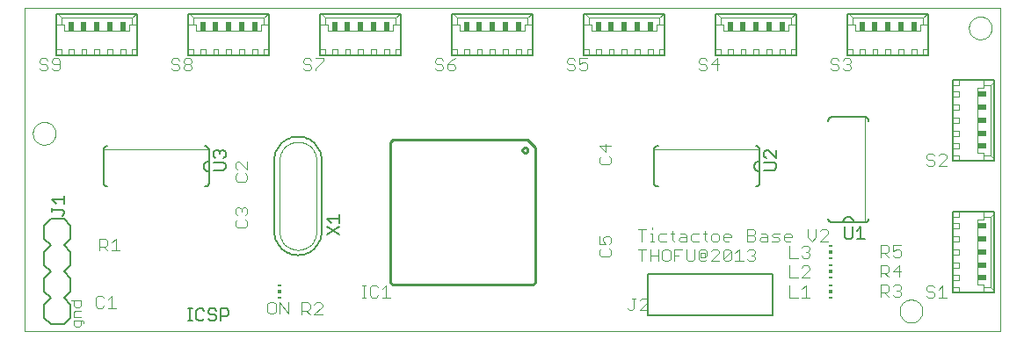
<source format=gto>
G75*
%MOIN*%
%OFA0B0*%
%FSLAX24Y24*%
%IPPOS*%
%LPD*%
%AMOC8*
5,1,8,0,0,1.08239X$1,22.5*
%
%ADD10C,0.0000*%
%ADD11C,0.0040*%
%ADD12C,0.0030*%
%ADD13C,0.0100*%
%ADD14C,0.0060*%
%ADD15C,0.0020*%
%ADD16C,0.0050*%
%ADD17C,0.0080*%
%ADD18R,0.0197X0.0344*%
%ADD19R,0.0344X0.0197*%
%ADD20R,0.0118X0.0059*%
%ADD21R,0.0118X0.0118*%
D10*
X000100Y000100D02*
X000100Y012350D01*
X037100Y012350D01*
X037100Y000100D01*
X000100Y000100D01*
X000417Y007600D02*
X000419Y007641D01*
X000425Y007682D01*
X000435Y007722D01*
X000448Y007761D01*
X000465Y007798D01*
X000486Y007834D01*
X000510Y007868D01*
X000537Y007899D01*
X000566Y007927D01*
X000599Y007953D01*
X000633Y007975D01*
X000670Y007994D01*
X000708Y008009D01*
X000748Y008021D01*
X000788Y008029D01*
X000829Y008033D01*
X000871Y008033D01*
X000912Y008029D01*
X000952Y008021D01*
X000992Y008009D01*
X001030Y007994D01*
X001066Y007975D01*
X001101Y007953D01*
X001134Y007927D01*
X001163Y007899D01*
X001190Y007868D01*
X001214Y007834D01*
X001235Y007798D01*
X001252Y007761D01*
X001265Y007722D01*
X001275Y007682D01*
X001281Y007641D01*
X001283Y007600D01*
X001281Y007559D01*
X001275Y007518D01*
X001265Y007478D01*
X001252Y007439D01*
X001235Y007402D01*
X001214Y007366D01*
X001190Y007332D01*
X001163Y007301D01*
X001134Y007273D01*
X001101Y007247D01*
X001067Y007225D01*
X001030Y007206D01*
X000992Y007191D01*
X000952Y007179D01*
X000912Y007171D01*
X000871Y007167D01*
X000829Y007167D01*
X000788Y007171D01*
X000748Y007179D01*
X000708Y007191D01*
X000670Y007206D01*
X000634Y007225D01*
X000599Y007247D01*
X000566Y007273D01*
X000537Y007301D01*
X000510Y007332D01*
X000486Y007366D01*
X000465Y007402D01*
X000448Y007439D01*
X000435Y007478D01*
X000425Y007518D01*
X000419Y007559D01*
X000417Y007600D01*
X033292Y000850D02*
X033294Y000891D01*
X033300Y000932D01*
X033310Y000972D01*
X033323Y001011D01*
X033340Y001048D01*
X033361Y001084D01*
X033385Y001118D01*
X033412Y001149D01*
X033441Y001177D01*
X033474Y001203D01*
X033508Y001225D01*
X033545Y001244D01*
X033583Y001259D01*
X033623Y001271D01*
X033663Y001279D01*
X033704Y001283D01*
X033746Y001283D01*
X033787Y001279D01*
X033827Y001271D01*
X033867Y001259D01*
X033905Y001244D01*
X033941Y001225D01*
X033976Y001203D01*
X034009Y001177D01*
X034038Y001149D01*
X034065Y001118D01*
X034089Y001084D01*
X034110Y001048D01*
X034127Y001011D01*
X034140Y000972D01*
X034150Y000932D01*
X034156Y000891D01*
X034158Y000850D01*
X034156Y000809D01*
X034150Y000768D01*
X034140Y000728D01*
X034127Y000689D01*
X034110Y000652D01*
X034089Y000616D01*
X034065Y000582D01*
X034038Y000551D01*
X034009Y000523D01*
X033976Y000497D01*
X033942Y000475D01*
X033905Y000456D01*
X033867Y000441D01*
X033827Y000429D01*
X033787Y000421D01*
X033746Y000417D01*
X033704Y000417D01*
X033663Y000421D01*
X033623Y000429D01*
X033583Y000441D01*
X033545Y000456D01*
X033509Y000475D01*
X033474Y000497D01*
X033441Y000523D01*
X033412Y000551D01*
X033385Y000582D01*
X033361Y000616D01*
X033340Y000652D01*
X033323Y000689D01*
X033310Y000728D01*
X033300Y000768D01*
X033294Y000809D01*
X033292Y000850D01*
X035917Y011600D02*
X035919Y011641D01*
X035925Y011682D01*
X035935Y011722D01*
X035948Y011761D01*
X035965Y011798D01*
X035986Y011834D01*
X036010Y011868D01*
X036037Y011899D01*
X036066Y011927D01*
X036099Y011953D01*
X036133Y011975D01*
X036170Y011994D01*
X036208Y012009D01*
X036248Y012021D01*
X036288Y012029D01*
X036329Y012033D01*
X036371Y012033D01*
X036412Y012029D01*
X036452Y012021D01*
X036492Y012009D01*
X036530Y011994D01*
X036566Y011975D01*
X036601Y011953D01*
X036634Y011927D01*
X036663Y011899D01*
X036690Y011868D01*
X036714Y011834D01*
X036735Y011798D01*
X036752Y011761D01*
X036765Y011722D01*
X036775Y011682D01*
X036781Y011641D01*
X036783Y011600D01*
X036781Y011559D01*
X036775Y011518D01*
X036765Y011478D01*
X036752Y011439D01*
X036735Y011402D01*
X036714Y011366D01*
X036690Y011332D01*
X036663Y011301D01*
X036634Y011273D01*
X036601Y011247D01*
X036567Y011225D01*
X036530Y011206D01*
X036492Y011191D01*
X036452Y011179D01*
X036412Y011171D01*
X036371Y011167D01*
X036329Y011167D01*
X036288Y011171D01*
X036248Y011179D01*
X036208Y011191D01*
X036170Y011206D01*
X036134Y011225D01*
X036099Y011247D01*
X036066Y011273D01*
X036037Y011301D01*
X036010Y011332D01*
X035986Y011366D01*
X035965Y011402D01*
X035948Y011439D01*
X035935Y011478D01*
X035925Y011518D01*
X035919Y011559D01*
X035917Y011600D01*
D11*
X031443Y010372D02*
X031443Y010295D01*
X031366Y010218D01*
X031443Y010142D01*
X031443Y010065D01*
X031366Y009988D01*
X031213Y009988D01*
X031136Y010065D01*
X030983Y010065D02*
X030906Y009988D01*
X030752Y009988D01*
X030676Y010065D01*
X030906Y010218D02*
X030983Y010142D01*
X030983Y010065D01*
X030906Y010218D02*
X030752Y010218D01*
X030676Y010295D01*
X030676Y010372D01*
X030752Y010449D01*
X030906Y010449D01*
X030983Y010372D01*
X031136Y010372D02*
X031213Y010449D01*
X031366Y010449D01*
X031443Y010372D01*
X031366Y010218D02*
X031289Y010218D01*
X026443Y010218D02*
X026136Y010218D01*
X026366Y010449D01*
X026366Y009988D01*
X025983Y010065D02*
X025983Y010142D01*
X025906Y010218D01*
X025752Y010218D01*
X025676Y010295D01*
X025676Y010372D01*
X025752Y010449D01*
X025906Y010449D01*
X025983Y010372D01*
X025983Y010065D02*
X025906Y009988D01*
X025752Y009988D01*
X025676Y010065D01*
X021443Y010065D02*
X021366Y009988D01*
X021213Y009988D01*
X021136Y010065D01*
X020983Y010065D02*
X020906Y009988D01*
X020752Y009988D01*
X020676Y010065D01*
X020906Y010218D02*
X020983Y010142D01*
X020983Y010065D01*
X021443Y010065D02*
X021443Y010218D01*
X021366Y010295D01*
X021289Y010295D01*
X021136Y010218D01*
X021136Y010449D01*
X021443Y010449D01*
X020983Y010372D02*
X020906Y010449D01*
X020752Y010449D01*
X020676Y010372D01*
X020676Y010295D01*
X020752Y010218D01*
X020906Y010218D01*
X016443Y010142D02*
X016443Y010065D01*
X016366Y009988D01*
X016213Y009988D01*
X016136Y010065D01*
X016136Y010218D01*
X016366Y010218D01*
X016443Y010142D01*
X016289Y010372D02*
X016136Y010218D01*
X015983Y010142D02*
X015983Y010065D01*
X015906Y009988D01*
X015752Y009988D01*
X015676Y010065D01*
X015906Y010218D02*
X015983Y010142D01*
X015906Y010218D02*
X015752Y010218D01*
X015676Y010295D01*
X015676Y010372D01*
X015752Y010449D01*
X015906Y010449D01*
X015983Y010372D01*
X016289Y010372D02*
X016443Y010449D01*
X011443Y010449D02*
X011443Y010372D01*
X011136Y010065D01*
X011136Y009988D01*
X010983Y010065D02*
X010906Y009988D01*
X010752Y009988D01*
X010676Y010065D01*
X010906Y010218D02*
X010983Y010142D01*
X010983Y010065D01*
X010906Y010218D02*
X010752Y010218D01*
X010676Y010295D01*
X010676Y010372D01*
X010752Y010449D01*
X010906Y010449D01*
X010983Y010372D01*
X011136Y010449D02*
X011443Y010449D01*
X006443Y010372D02*
X006443Y010295D01*
X006366Y010218D01*
X006213Y010218D01*
X006136Y010295D01*
X006136Y010372D01*
X006213Y010449D01*
X006366Y010449D01*
X006443Y010372D01*
X006366Y010218D02*
X006443Y010142D01*
X006443Y010065D01*
X006366Y009988D01*
X006213Y009988D01*
X006136Y010065D01*
X006136Y010142D01*
X006213Y010218D01*
X005983Y010142D02*
X005983Y010065D01*
X005906Y009988D01*
X005752Y009988D01*
X005676Y010065D01*
X005906Y010218D02*
X005983Y010142D01*
X005906Y010218D02*
X005752Y010218D01*
X005676Y010295D01*
X005676Y010372D01*
X005752Y010449D01*
X005906Y010449D01*
X005983Y010372D01*
X001443Y010372D02*
X001443Y010065D01*
X001366Y009988D01*
X001213Y009988D01*
X001136Y010065D01*
X000983Y010065D02*
X000983Y010142D01*
X000906Y010218D01*
X000752Y010218D01*
X000676Y010295D01*
X000676Y010372D01*
X000752Y010449D01*
X000906Y010449D01*
X000983Y010372D01*
X001136Y010372D02*
X001136Y010295D01*
X001213Y010218D01*
X001443Y010218D01*
X001443Y010372D02*
X001366Y010449D01*
X001213Y010449D01*
X001136Y010372D01*
X000983Y010065D02*
X000906Y009988D01*
X000752Y009988D01*
X000676Y010065D01*
X008095Y006461D02*
X008171Y006537D01*
X008248Y006537D01*
X008555Y006230D01*
X008555Y006537D01*
X008095Y006461D02*
X008095Y006307D01*
X008171Y006230D01*
X008171Y006077D02*
X008095Y006000D01*
X008095Y005847D01*
X008171Y005770D01*
X008478Y005770D01*
X008555Y005847D01*
X008555Y006000D01*
X008478Y006077D01*
X008478Y004787D02*
X008555Y004711D01*
X008555Y004557D01*
X008478Y004480D01*
X008478Y004327D02*
X008555Y004250D01*
X008555Y004097D01*
X008478Y004020D01*
X008171Y004020D01*
X008095Y004097D01*
X008095Y004250D01*
X008171Y004327D01*
X008171Y004480D02*
X008095Y004557D01*
X008095Y004711D01*
X008171Y004787D01*
X008248Y004787D01*
X008325Y004711D01*
X008402Y004787D01*
X008478Y004787D01*
X008325Y004711D02*
X008325Y004634D01*
X003712Y003145D02*
X003405Y003145D01*
X003252Y003145D02*
X003098Y003298D01*
X003175Y003298D02*
X002945Y003298D01*
X002945Y003145D02*
X002945Y003605D01*
X003175Y003605D01*
X003252Y003529D01*
X003252Y003375D01*
X003175Y003298D01*
X003405Y003452D02*
X003559Y003605D01*
X003559Y003145D01*
X003413Y001430D02*
X003413Y000970D01*
X003260Y000970D02*
X003567Y000970D01*
X003106Y001047D02*
X003029Y000970D01*
X002876Y000970D01*
X002799Y001047D01*
X002799Y001354D01*
X002876Y001430D01*
X003029Y001430D01*
X003106Y001354D01*
X003260Y001277D02*
X003413Y001430D01*
X009324Y001129D02*
X009324Y000822D01*
X009401Y000745D01*
X009554Y000745D01*
X009631Y000822D01*
X009631Y001129D01*
X009554Y001205D01*
X009401Y001205D01*
X009324Y001129D01*
X009785Y001205D02*
X010092Y000745D01*
X010092Y001205D01*
X009785Y001205D02*
X009785Y000745D01*
X010624Y000720D02*
X010624Y001180D01*
X010854Y001180D01*
X010931Y001104D01*
X010931Y000950D01*
X010854Y000873D01*
X010624Y000873D01*
X010778Y000873D02*
X010931Y000720D01*
X011085Y000720D02*
X011392Y001027D01*
X011392Y001104D01*
X011315Y001180D01*
X011161Y001180D01*
X011085Y001104D01*
X011085Y000720D02*
X011392Y000720D01*
X012892Y001370D02*
X013046Y001370D01*
X012969Y001370D02*
X012969Y001830D01*
X012892Y001830D02*
X013046Y001830D01*
X013199Y001754D02*
X013199Y001447D01*
X013276Y001370D01*
X013429Y001370D01*
X013506Y001447D01*
X013660Y001370D02*
X013967Y001370D01*
X013813Y001370D02*
X013813Y001830D01*
X013660Y001677D01*
X013506Y001754D02*
X013429Y001830D01*
X013276Y001830D01*
X013199Y001754D01*
X021895Y003001D02*
X021971Y002924D01*
X022278Y002924D01*
X022355Y003001D01*
X022355Y003154D01*
X022278Y003231D01*
X021971Y003231D02*
X021895Y003154D01*
X021895Y003001D01*
X021895Y003385D02*
X022125Y003385D01*
X022048Y003538D01*
X022048Y003615D01*
X022125Y003692D01*
X022278Y003692D01*
X022355Y003615D01*
X022355Y003461D01*
X022278Y003385D01*
X021895Y003385D02*
X021895Y003692D01*
X023370Y003955D02*
X023677Y003955D01*
X023523Y003955D02*
X023523Y003495D01*
X023830Y003495D02*
X023984Y003495D01*
X023907Y003495D02*
X023907Y003802D01*
X023830Y003802D01*
X023907Y003955D02*
X023907Y004032D01*
X024214Y003802D02*
X024137Y003725D01*
X024137Y003572D01*
X024214Y003495D01*
X024444Y003495D01*
X024674Y003572D02*
X024751Y003495D01*
X024674Y003572D02*
X024674Y003879D01*
X024598Y003802D02*
X024751Y003802D01*
X024981Y003802D02*
X025135Y003802D01*
X025212Y003725D01*
X025212Y003495D01*
X024981Y003495D01*
X024905Y003572D01*
X024981Y003648D01*
X025212Y003648D01*
X025365Y003572D02*
X025442Y003495D01*
X025672Y003495D01*
X025902Y003572D02*
X025979Y003495D01*
X025902Y003572D02*
X025902Y003879D01*
X025825Y003802D02*
X025979Y003802D01*
X026132Y003725D02*
X026132Y003572D01*
X026209Y003495D01*
X026363Y003495D01*
X026439Y003572D01*
X026439Y003725D01*
X026363Y003802D01*
X026209Y003802D01*
X026132Y003725D01*
X026593Y003725D02*
X026593Y003572D01*
X026669Y003495D01*
X026823Y003495D01*
X026900Y003648D02*
X026593Y003648D01*
X026593Y003725D02*
X026669Y003802D01*
X026823Y003802D01*
X026900Y003725D01*
X026900Y003648D01*
X027514Y003725D02*
X027744Y003725D01*
X027820Y003648D01*
X027820Y003572D01*
X027744Y003495D01*
X027514Y003495D01*
X027514Y003955D01*
X027744Y003955D01*
X027820Y003879D01*
X027820Y003802D01*
X027744Y003725D01*
X027974Y003572D02*
X028051Y003648D01*
X028281Y003648D01*
X028281Y003725D02*
X028281Y003495D01*
X028051Y003495D01*
X027974Y003572D01*
X028204Y003802D02*
X028281Y003725D01*
X028204Y003802D02*
X028051Y003802D01*
X028434Y003725D02*
X028511Y003802D01*
X028741Y003802D01*
X028665Y003648D02*
X028511Y003648D01*
X028434Y003725D01*
X028434Y003495D02*
X028665Y003495D01*
X028741Y003572D01*
X028665Y003648D01*
X028895Y003648D02*
X029202Y003648D01*
X029202Y003725D01*
X029125Y003802D01*
X028971Y003802D01*
X028895Y003725D01*
X028895Y003572D01*
X028971Y003495D01*
X029125Y003495D01*
X029120Y003330D02*
X029120Y002870D01*
X029427Y002870D01*
X029580Y002947D02*
X029657Y002870D01*
X029811Y002870D01*
X029887Y002947D01*
X029887Y003023D01*
X029811Y003100D01*
X029734Y003100D01*
X029811Y003100D02*
X029887Y003177D01*
X029887Y003254D01*
X029811Y003330D01*
X029657Y003330D01*
X029580Y003254D01*
X029969Y003495D02*
X030122Y003648D01*
X030122Y003955D01*
X030276Y003879D02*
X030353Y003955D01*
X030506Y003955D01*
X030583Y003879D01*
X030583Y003802D01*
X030276Y003495D01*
X030583Y003495D01*
X029969Y003495D02*
X029815Y003648D01*
X029815Y003955D01*
X027820Y003129D02*
X027820Y003052D01*
X027744Y002975D01*
X027820Y002898D01*
X027820Y002822D01*
X027744Y002745D01*
X027590Y002745D01*
X027514Y002822D01*
X027360Y002745D02*
X027053Y002745D01*
X027207Y002745D02*
X027207Y003205D01*
X027053Y003052D01*
X026900Y003129D02*
X026593Y002822D01*
X026669Y002745D01*
X026823Y002745D01*
X026900Y002822D01*
X026900Y003129D01*
X026823Y003205D01*
X026669Y003205D01*
X026593Y003129D01*
X026593Y002822D01*
X026439Y002745D02*
X026132Y002745D01*
X026439Y003052D01*
X026439Y003129D01*
X026363Y003205D01*
X026209Y003205D01*
X026132Y003129D01*
X025979Y003129D02*
X025979Y002975D01*
X025902Y002898D01*
X025902Y003052D01*
X025749Y003052D01*
X025749Y002898D01*
X025902Y002898D01*
X025979Y002822D02*
X025902Y002745D01*
X025749Y002745D01*
X025672Y002822D01*
X025672Y003129D01*
X025749Y003205D01*
X025902Y003205D01*
X025979Y003129D01*
X025518Y003205D02*
X025518Y002822D01*
X025442Y002745D01*
X025288Y002745D01*
X025212Y002822D01*
X025212Y003205D01*
X025058Y003205D02*
X024751Y003205D01*
X024751Y002745D01*
X024598Y002822D02*
X024598Y003129D01*
X024521Y003205D01*
X024368Y003205D01*
X024291Y003129D01*
X024291Y002822D01*
X024368Y002745D01*
X024521Y002745D01*
X024598Y002822D01*
X024751Y002975D02*
X024905Y002975D01*
X024137Y002975D02*
X023830Y002975D01*
X023830Y002745D02*
X023830Y003205D01*
X023677Y003205D02*
X023370Y003205D01*
X023523Y003205D02*
X023523Y002745D01*
X024137Y002745D02*
X024137Y003205D01*
X025365Y003572D02*
X025365Y003725D01*
X025442Y003802D01*
X025672Y003802D01*
X024444Y003802D02*
X024214Y003802D01*
X027514Y003129D02*
X027590Y003205D01*
X027744Y003205D01*
X027820Y003129D01*
X027744Y002975D02*
X027667Y002975D01*
X029120Y002580D02*
X029120Y002120D01*
X029427Y002120D01*
X029580Y002120D02*
X029887Y002427D01*
X029887Y002504D01*
X029811Y002580D01*
X029657Y002580D01*
X029580Y002504D01*
X029580Y002120D02*
X029887Y002120D01*
X029734Y001830D02*
X029734Y001370D01*
X029887Y001370D02*
X029580Y001370D01*
X029427Y001370D02*
X029120Y001370D01*
X029120Y001830D01*
X029580Y001677D02*
X029734Y001830D01*
X032570Y001855D02*
X032570Y001395D01*
X032570Y001548D02*
X032800Y001548D01*
X032877Y001625D01*
X032877Y001779D01*
X032800Y001855D01*
X032570Y001855D01*
X033030Y001779D02*
X033107Y001855D01*
X033261Y001855D01*
X033337Y001779D01*
X033337Y001702D01*
X033261Y001625D01*
X033337Y001548D01*
X033337Y001472D01*
X033261Y001395D01*
X033107Y001395D01*
X033030Y001472D01*
X032877Y001395D02*
X032723Y001548D01*
X033184Y001625D02*
X033261Y001625D01*
X034301Y001670D02*
X034377Y001593D01*
X034531Y001593D01*
X034608Y001517D01*
X034608Y001440D01*
X034531Y001363D01*
X034377Y001363D01*
X034301Y001440D01*
X034761Y001363D02*
X035068Y001363D01*
X034914Y001363D02*
X034914Y001824D01*
X034761Y001670D01*
X034608Y001747D02*
X034531Y001824D01*
X034377Y001824D01*
X034301Y001747D01*
X034301Y001670D01*
X033261Y002145D02*
X033261Y002605D01*
X033030Y002375D01*
X033337Y002375D01*
X032877Y002375D02*
X032800Y002298D01*
X032570Y002298D01*
X032570Y002145D02*
X032570Y002605D01*
X032800Y002605D01*
X032877Y002529D01*
X032877Y002375D01*
X032723Y002298D02*
X032877Y002145D01*
X032877Y002895D02*
X032723Y003048D01*
X032800Y003048D02*
X032570Y003048D01*
X032570Y002895D02*
X032570Y003355D01*
X032800Y003355D01*
X032877Y003279D01*
X032877Y003125D01*
X032800Y003048D01*
X033030Y002972D02*
X033107Y002895D01*
X033261Y002895D01*
X033337Y002972D01*
X033337Y003125D01*
X033261Y003202D01*
X033184Y003202D01*
X033030Y003125D01*
X033030Y003355D01*
X033337Y003355D01*
X034377Y006363D02*
X034301Y006440D01*
X034377Y006363D02*
X034531Y006363D01*
X034608Y006440D01*
X034608Y006517D01*
X034531Y006593D01*
X034377Y006593D01*
X034301Y006670D01*
X034301Y006747D01*
X034377Y006824D01*
X034531Y006824D01*
X034608Y006747D01*
X034761Y006747D02*
X034838Y006824D01*
X034991Y006824D01*
X035068Y006747D01*
X035068Y006670D01*
X034761Y006363D01*
X035068Y006363D01*
X022355Y006501D02*
X022355Y006654D01*
X022278Y006731D01*
X022125Y006885D02*
X022125Y007192D01*
X022355Y007115D02*
X021895Y007115D01*
X022125Y006885D01*
X021971Y006731D02*
X021895Y006654D01*
X021895Y006501D01*
X021971Y006424D01*
X022278Y006424D01*
X022355Y006501D01*
X023135Y001341D02*
X023288Y001341D01*
X023211Y001341D02*
X023211Y000958D01*
X023135Y000881D01*
X023058Y000881D01*
X022981Y000958D01*
X023442Y000881D02*
X023749Y001188D01*
X023749Y001264D01*
X023672Y001341D01*
X023518Y001341D01*
X023442Y001264D01*
X023442Y000881D02*
X023749Y000881D01*
D12*
X002358Y000445D02*
X002297Y000507D01*
X001988Y000507D01*
X001988Y000322D01*
X002050Y000260D01*
X002173Y000260D01*
X002235Y000322D01*
X002235Y000507D01*
X002235Y000628D02*
X001988Y000628D01*
X001988Y000814D01*
X002050Y000875D01*
X002235Y000875D01*
X002173Y000997D02*
X002050Y000997D01*
X001988Y001058D01*
X001988Y001244D01*
X001865Y001244D02*
X002235Y001244D01*
X002235Y001058D01*
X002173Y000997D01*
X002358Y000445D02*
X002358Y000383D01*
D13*
X013969Y001943D02*
X014068Y001844D01*
X019382Y001844D01*
X019481Y001943D01*
X019481Y007061D01*
X019186Y007356D01*
X014068Y007356D01*
X013969Y007257D01*
X013969Y001943D01*
X018989Y006962D02*
X018991Y006981D01*
X018996Y007000D01*
X019006Y007016D01*
X019018Y007031D01*
X019033Y007043D01*
X019049Y007053D01*
X019068Y007058D01*
X019087Y007060D01*
X019106Y007058D01*
X019125Y007053D01*
X019141Y007043D01*
X019156Y007031D01*
X019168Y007016D01*
X019178Y007000D01*
X019183Y006981D01*
X019185Y006962D01*
X019183Y006943D01*
X019178Y006924D01*
X019168Y006908D01*
X019156Y006893D01*
X019141Y006881D01*
X019125Y006871D01*
X019106Y006866D01*
X019087Y006864D01*
X019068Y006866D01*
X019049Y006871D01*
X019033Y006881D01*
X019018Y006893D01*
X019006Y006908D01*
X018996Y006924D01*
X018991Y006943D01*
X018989Y006962D01*
D14*
X023975Y006970D02*
X023975Y005730D01*
X023977Y005707D01*
X023982Y005684D01*
X023991Y005662D01*
X024004Y005642D01*
X024019Y005624D01*
X024037Y005609D01*
X024057Y005596D01*
X024079Y005587D01*
X024102Y005582D01*
X024125Y005580D01*
X027825Y005580D02*
X027848Y005582D01*
X027871Y005587D01*
X027893Y005596D01*
X027913Y005609D01*
X027931Y005624D01*
X027946Y005642D01*
X027959Y005662D01*
X027968Y005684D01*
X027973Y005707D01*
X027975Y005730D01*
X027975Y006150D01*
X027975Y006550D01*
X027975Y006970D01*
X027973Y006993D01*
X027968Y007016D01*
X027959Y007038D01*
X027946Y007058D01*
X027931Y007076D01*
X027913Y007091D01*
X027893Y007104D01*
X027871Y007113D01*
X027848Y007118D01*
X027825Y007120D01*
X027975Y006550D02*
X027948Y006548D01*
X027921Y006543D01*
X027895Y006533D01*
X027871Y006521D01*
X027849Y006505D01*
X027829Y006487D01*
X027812Y006465D01*
X027797Y006442D01*
X027787Y006417D01*
X027779Y006391D01*
X027775Y006364D01*
X027775Y006336D01*
X027779Y006309D01*
X027787Y006283D01*
X027797Y006258D01*
X027812Y006235D01*
X027829Y006213D01*
X027849Y006195D01*
X027871Y006179D01*
X027895Y006167D01*
X027921Y006157D01*
X027948Y006152D01*
X027975Y006150D01*
X024125Y007120D02*
X024102Y007118D01*
X024079Y007113D01*
X024057Y007104D01*
X024037Y007091D01*
X024019Y007076D01*
X024004Y007058D01*
X023991Y007038D01*
X023982Y007016D01*
X023977Y006993D01*
X023975Y006970D01*
X030580Y008075D02*
X030582Y008098D01*
X030587Y008121D01*
X030596Y008143D01*
X030609Y008163D01*
X030624Y008181D01*
X030642Y008196D01*
X030662Y008209D01*
X030684Y008218D01*
X030707Y008223D01*
X030730Y008225D01*
X031970Y008225D01*
X031993Y008223D01*
X032016Y008218D01*
X032038Y008209D01*
X032058Y008196D01*
X032076Y008181D01*
X032091Y008163D01*
X032104Y008143D01*
X032113Y008121D01*
X032118Y008098D01*
X032120Y008075D01*
X032120Y004375D02*
X032118Y004352D01*
X032113Y004329D01*
X032104Y004307D01*
X032091Y004287D01*
X032076Y004269D01*
X032058Y004254D01*
X032038Y004241D01*
X032016Y004232D01*
X031993Y004227D01*
X031970Y004225D01*
X031550Y004225D01*
X031150Y004225D01*
X030730Y004225D01*
X030707Y004227D01*
X030684Y004232D01*
X030662Y004241D01*
X030642Y004254D01*
X030624Y004269D01*
X030609Y004287D01*
X030596Y004307D01*
X030587Y004329D01*
X030582Y004352D01*
X030580Y004375D01*
X031150Y004225D02*
X031152Y004252D01*
X031157Y004279D01*
X031167Y004305D01*
X031179Y004329D01*
X031195Y004351D01*
X031213Y004371D01*
X031235Y004388D01*
X031258Y004403D01*
X031283Y004413D01*
X031309Y004421D01*
X031336Y004425D01*
X031364Y004425D01*
X031391Y004421D01*
X031417Y004413D01*
X031442Y004403D01*
X031465Y004388D01*
X031487Y004371D01*
X031505Y004351D01*
X031521Y004329D01*
X031533Y004305D01*
X031543Y004279D01*
X031548Y004252D01*
X031550Y004225D01*
X011375Y003875D02*
X011375Y006575D01*
X011373Y006634D01*
X011367Y006692D01*
X011358Y006751D01*
X011344Y006808D01*
X011327Y006864D01*
X011306Y006919D01*
X011282Y006973D01*
X011254Y007025D01*
X011223Y007075D01*
X011189Y007123D01*
X011152Y007168D01*
X011111Y007211D01*
X011068Y007252D01*
X011023Y007289D01*
X010975Y007323D01*
X010925Y007354D01*
X010873Y007382D01*
X010819Y007406D01*
X010764Y007427D01*
X010708Y007444D01*
X010651Y007458D01*
X010592Y007467D01*
X010534Y007473D01*
X010475Y007475D01*
X010416Y007473D01*
X010358Y007467D01*
X010299Y007458D01*
X010242Y007444D01*
X010186Y007427D01*
X010131Y007406D01*
X010077Y007382D01*
X010025Y007354D01*
X009975Y007323D01*
X009927Y007289D01*
X009882Y007252D01*
X009839Y007211D01*
X009798Y007168D01*
X009761Y007123D01*
X009727Y007075D01*
X009696Y007025D01*
X009668Y006973D01*
X009644Y006919D01*
X009623Y006864D01*
X009606Y006808D01*
X009592Y006751D01*
X009583Y006692D01*
X009577Y006634D01*
X009575Y006575D01*
X009575Y003875D01*
X009577Y003816D01*
X009583Y003758D01*
X009592Y003699D01*
X009606Y003642D01*
X009623Y003586D01*
X009644Y003531D01*
X009668Y003477D01*
X009696Y003425D01*
X009727Y003375D01*
X009761Y003327D01*
X009798Y003282D01*
X009839Y003239D01*
X009882Y003198D01*
X009927Y003161D01*
X009975Y003127D01*
X010025Y003096D01*
X010077Y003068D01*
X010131Y003044D01*
X010186Y003023D01*
X010242Y003006D01*
X010299Y002992D01*
X010358Y002983D01*
X010416Y002977D01*
X010475Y002975D01*
X010534Y002977D01*
X010592Y002983D01*
X010651Y002992D01*
X010708Y003006D01*
X010764Y003023D01*
X010819Y003044D01*
X010873Y003068D01*
X010925Y003096D01*
X010975Y003127D01*
X011023Y003161D01*
X011068Y003198D01*
X011111Y003239D01*
X011152Y003282D01*
X011189Y003327D01*
X011223Y003375D01*
X011254Y003425D01*
X011282Y003477D01*
X011306Y003531D01*
X011327Y003586D01*
X011344Y003642D01*
X011358Y003699D01*
X011367Y003758D01*
X011373Y003816D01*
X011375Y003875D01*
X007100Y005730D02*
X007100Y006150D01*
X007100Y006550D01*
X007100Y006970D01*
X007098Y006993D01*
X007093Y007016D01*
X007084Y007038D01*
X007071Y007058D01*
X007056Y007076D01*
X007038Y007091D01*
X007018Y007104D01*
X006996Y007113D01*
X006973Y007118D01*
X006950Y007120D01*
X007100Y006550D02*
X007073Y006548D01*
X007046Y006543D01*
X007020Y006533D01*
X006996Y006521D01*
X006974Y006505D01*
X006954Y006487D01*
X006937Y006465D01*
X006922Y006442D01*
X006912Y006417D01*
X006904Y006391D01*
X006900Y006364D01*
X006900Y006336D01*
X006904Y006309D01*
X006912Y006283D01*
X006922Y006258D01*
X006937Y006235D01*
X006954Y006213D01*
X006974Y006195D01*
X006996Y006179D01*
X007020Y006167D01*
X007046Y006157D01*
X007073Y006152D01*
X007100Y006150D01*
X007100Y005730D02*
X007098Y005707D01*
X007093Y005684D01*
X007084Y005662D01*
X007071Y005642D01*
X007056Y005624D01*
X007038Y005609D01*
X007018Y005596D01*
X006996Y005587D01*
X006973Y005582D01*
X006950Y005580D01*
X003250Y005580D02*
X003227Y005582D01*
X003204Y005587D01*
X003182Y005596D01*
X003162Y005609D01*
X003144Y005624D01*
X003129Y005642D01*
X003116Y005662D01*
X003107Y005684D01*
X003102Y005707D01*
X003100Y005730D01*
X003100Y006970D01*
X003102Y006993D01*
X003107Y007016D01*
X003116Y007038D01*
X003129Y007058D01*
X003144Y007076D01*
X003162Y007091D01*
X003182Y007104D01*
X003204Y007113D01*
X003227Y007118D01*
X003250Y007120D01*
D15*
X003100Y006980D02*
X007100Y006980D01*
X009775Y006575D02*
X009775Y003875D01*
X009777Y003824D01*
X009782Y003773D01*
X009792Y003723D01*
X009805Y003673D01*
X009821Y003625D01*
X009841Y003578D01*
X009865Y003532D01*
X009891Y003489D01*
X009921Y003447D01*
X009954Y003408D01*
X009989Y003371D01*
X010027Y003337D01*
X010068Y003306D01*
X010110Y003277D01*
X010155Y003252D01*
X010201Y003231D01*
X010249Y003212D01*
X010298Y003198D01*
X010348Y003187D01*
X010398Y003179D01*
X010449Y003175D01*
X010501Y003175D01*
X010552Y003179D01*
X010602Y003187D01*
X010652Y003198D01*
X010701Y003212D01*
X010749Y003231D01*
X010795Y003252D01*
X010840Y003277D01*
X010882Y003306D01*
X010923Y003337D01*
X010961Y003371D01*
X010996Y003408D01*
X011029Y003447D01*
X011059Y003489D01*
X011085Y003532D01*
X011109Y003578D01*
X011129Y003625D01*
X011145Y003673D01*
X011158Y003723D01*
X011168Y003773D01*
X011173Y003824D01*
X011175Y003875D01*
X011175Y006575D01*
X011173Y006626D01*
X011168Y006677D01*
X011158Y006727D01*
X011145Y006777D01*
X011129Y006825D01*
X011109Y006872D01*
X011085Y006918D01*
X011059Y006961D01*
X011029Y007003D01*
X010996Y007042D01*
X010961Y007079D01*
X010923Y007113D01*
X010882Y007144D01*
X010840Y007173D01*
X010795Y007198D01*
X010749Y007219D01*
X010701Y007238D01*
X010652Y007252D01*
X010602Y007263D01*
X010552Y007271D01*
X010501Y007275D01*
X010449Y007275D01*
X010398Y007271D01*
X010348Y007263D01*
X010298Y007252D01*
X010249Y007238D01*
X010201Y007219D01*
X010155Y007198D01*
X010110Y007173D01*
X010068Y007144D01*
X010027Y007113D01*
X009989Y007079D01*
X009954Y007042D01*
X009921Y007003D01*
X009891Y006961D01*
X009865Y006918D01*
X009841Y006872D01*
X009821Y006825D01*
X009805Y006777D01*
X009792Y006727D01*
X009782Y006677D01*
X009777Y006626D01*
X009775Y006575D01*
X009179Y010559D02*
X009179Y010805D01*
X009376Y010805D01*
X008933Y010805D02*
X008933Y010608D01*
X008933Y010805D02*
X008736Y010805D01*
X008736Y010608D01*
X008441Y010608D02*
X008441Y010805D01*
X008244Y010805D01*
X008244Y010608D01*
X007948Y010608D02*
X007948Y010805D01*
X007752Y010805D01*
X007752Y010608D01*
X007456Y010608D02*
X007456Y010805D01*
X007259Y010805D01*
X007259Y010608D01*
X006964Y010608D02*
X006964Y010805D01*
X006767Y010805D01*
X006767Y010608D01*
X006521Y010559D02*
X006521Y010805D01*
X006324Y010805D01*
X006620Y011494D02*
X009080Y011494D01*
X009080Y011740D01*
X009179Y011740D01*
X009179Y011986D01*
X009326Y012133D01*
X009179Y011986D02*
X006521Y011986D01*
X006374Y012133D01*
X006521Y011986D02*
X006521Y011740D01*
X006620Y011740D01*
X006620Y011494D01*
X006521Y011740D02*
X006324Y011740D01*
X004376Y011740D02*
X004179Y011740D01*
X004179Y011986D01*
X004326Y012133D01*
X004179Y011986D02*
X001521Y011986D01*
X001374Y012133D01*
X001521Y011986D02*
X001521Y011740D01*
X001620Y011740D01*
X001620Y011494D01*
X004080Y011494D01*
X004080Y011740D01*
X004179Y011740D01*
X001521Y011740D02*
X001324Y011740D01*
X001324Y010805D02*
X001521Y010805D01*
X001521Y010559D01*
X001767Y010608D02*
X001767Y010805D01*
X001964Y010805D01*
X001964Y010608D01*
X002259Y010608D02*
X002259Y010805D01*
X002456Y010805D01*
X002456Y010608D01*
X002752Y010608D02*
X002752Y010805D01*
X002948Y010805D01*
X002948Y010608D01*
X003244Y010608D02*
X003244Y010805D01*
X003441Y010805D01*
X003441Y010608D01*
X003736Y010608D02*
X003736Y010805D01*
X003933Y010805D01*
X003933Y010608D01*
X004179Y010559D02*
X004179Y010805D01*
X004376Y010805D01*
X009179Y011740D02*
X009376Y011740D01*
X011324Y011740D02*
X011521Y011740D01*
X011521Y011986D01*
X011374Y012133D01*
X011521Y011986D02*
X014179Y011986D01*
X014326Y012133D01*
X014179Y011986D02*
X014179Y011740D01*
X014376Y011740D01*
X014179Y011740D02*
X014080Y011740D01*
X014080Y011494D01*
X011620Y011494D01*
X011620Y011740D01*
X011521Y011740D01*
X011521Y010805D02*
X011521Y010559D01*
X011767Y010608D02*
X011767Y010805D01*
X011964Y010805D01*
X011964Y010608D01*
X012259Y010608D02*
X012259Y010805D01*
X012456Y010805D01*
X012456Y010608D01*
X012752Y010608D02*
X012752Y010805D01*
X012948Y010805D01*
X012948Y010608D01*
X013244Y010608D02*
X013244Y010805D01*
X013441Y010805D01*
X013441Y010608D01*
X013736Y010608D02*
X013736Y010805D01*
X013933Y010805D01*
X013933Y010608D01*
X014179Y010559D02*
X014179Y010805D01*
X014376Y010805D01*
X016324Y010805D02*
X016521Y010805D01*
X016521Y010559D01*
X016767Y010608D02*
X016767Y010805D01*
X016964Y010805D01*
X016964Y010608D01*
X017259Y010608D02*
X017259Y010805D01*
X017456Y010805D01*
X017456Y010608D01*
X017752Y010608D02*
X017752Y010805D01*
X017948Y010805D01*
X017948Y010608D01*
X018244Y010608D02*
X018244Y010805D01*
X018441Y010805D01*
X018441Y010608D01*
X018736Y010608D02*
X018736Y010805D01*
X018933Y010805D01*
X018933Y010608D01*
X019179Y010559D02*
X019179Y010805D01*
X019376Y010805D01*
X021324Y010805D02*
X021521Y010805D01*
X021521Y010559D01*
X021767Y010608D02*
X021767Y010805D01*
X021964Y010805D01*
X021964Y010608D01*
X022259Y010608D02*
X022259Y010805D01*
X022456Y010805D01*
X022456Y010608D01*
X022752Y010608D02*
X022752Y010805D01*
X022948Y010805D01*
X022948Y010608D01*
X023244Y010608D02*
X023244Y010805D01*
X023441Y010805D01*
X023441Y010608D01*
X023736Y010608D02*
X023736Y010805D01*
X023933Y010805D01*
X023933Y010608D01*
X024179Y010559D02*
X024179Y010805D01*
X024376Y010805D01*
X026324Y010805D02*
X026521Y010805D01*
X026521Y010559D01*
X026767Y010608D02*
X026767Y010805D01*
X026964Y010805D01*
X026964Y010608D01*
X027259Y010608D02*
X027259Y010805D01*
X027456Y010805D01*
X027456Y010608D01*
X027752Y010608D02*
X027752Y010805D01*
X027948Y010805D01*
X027948Y010608D01*
X028244Y010608D02*
X028244Y010805D01*
X028441Y010805D01*
X028441Y010608D01*
X028736Y010608D02*
X028736Y010805D01*
X028933Y010805D01*
X028933Y010608D01*
X029179Y010559D02*
X029179Y010805D01*
X029376Y010805D01*
X029080Y011494D02*
X029080Y011740D01*
X029179Y011740D01*
X029179Y011986D01*
X029326Y012133D01*
X029179Y011986D02*
X026521Y011986D01*
X026374Y012133D01*
X026521Y011986D02*
X026521Y011740D01*
X026620Y011740D01*
X026620Y011494D01*
X029080Y011494D01*
X029179Y011740D02*
X029376Y011740D01*
X031324Y011740D02*
X031521Y011740D01*
X031521Y011986D01*
X031374Y012133D01*
X031521Y011986D02*
X034179Y011986D01*
X034326Y012133D01*
X034179Y011986D02*
X034179Y011740D01*
X034376Y011740D01*
X034179Y011740D02*
X034080Y011740D01*
X034080Y011494D01*
X031620Y011494D01*
X031620Y011740D01*
X031521Y011740D01*
X031521Y010805D02*
X031521Y010559D01*
X031767Y010608D02*
X031767Y010805D01*
X031964Y010805D01*
X031964Y010608D01*
X032259Y010608D02*
X032259Y010805D01*
X032456Y010805D01*
X032456Y010608D01*
X032752Y010608D02*
X032752Y010805D01*
X032948Y010805D01*
X032948Y010608D01*
X033244Y010608D02*
X033244Y010805D01*
X033441Y010805D01*
X033441Y010608D01*
X033736Y010608D02*
X033736Y010805D01*
X033933Y010805D01*
X033933Y010608D01*
X034179Y010559D02*
X034179Y010805D01*
X034376Y010805D01*
X031521Y010805D02*
X031324Y010805D01*
X035309Y009429D02*
X035555Y009429D01*
X035555Y009626D01*
X036244Y009330D02*
X036244Y006870D01*
X036490Y006870D01*
X036490Y006771D01*
X036736Y006771D01*
X036883Y006624D01*
X036736Y006771D02*
X036736Y009429D01*
X036883Y009576D01*
X036736Y009429D02*
X036490Y009429D01*
X036490Y009330D01*
X036244Y009330D01*
X036490Y009429D02*
X036490Y009626D01*
X035555Y009183D02*
X035555Y008986D01*
X035358Y008986D01*
X035358Y009183D02*
X035555Y009183D01*
X035555Y008691D02*
X035555Y008494D01*
X035358Y008494D01*
X035358Y008691D02*
X035555Y008691D01*
X035555Y008198D02*
X035555Y008002D01*
X035358Y008002D01*
X035358Y008198D02*
X035555Y008198D01*
X035555Y007706D02*
X035555Y007509D01*
X035358Y007509D01*
X035358Y007706D02*
X035555Y007706D01*
X035555Y007214D02*
X035555Y007017D01*
X035358Y007017D01*
X035358Y007214D02*
X035555Y007214D01*
X035555Y006771D02*
X035309Y006771D01*
X035555Y006771D02*
X035555Y006574D01*
X036490Y006574D02*
X036490Y006771D01*
X031980Y008225D02*
X031980Y004225D01*
X035309Y004429D02*
X035555Y004429D01*
X035555Y004626D01*
X036244Y004330D02*
X036244Y001870D01*
X036490Y001870D01*
X036490Y001771D01*
X036736Y001771D01*
X036883Y001624D01*
X036736Y001771D02*
X036736Y004429D01*
X036883Y004576D01*
X036736Y004429D02*
X036490Y004429D01*
X036490Y004330D01*
X036244Y004330D01*
X036490Y004429D02*
X036490Y004626D01*
X035555Y004183D02*
X035555Y003986D01*
X035358Y003986D01*
X035358Y004183D02*
X035555Y004183D01*
X035555Y003691D02*
X035555Y003494D01*
X035358Y003494D01*
X035358Y003691D02*
X035555Y003691D01*
X035555Y003198D02*
X035555Y003002D01*
X035358Y003002D01*
X035358Y003198D02*
X035555Y003198D01*
X035555Y002706D02*
X035555Y002509D01*
X035358Y002509D01*
X035358Y002706D02*
X035555Y002706D01*
X035555Y002214D02*
X035555Y002017D01*
X035358Y002017D01*
X035358Y002214D02*
X035555Y002214D01*
X035555Y001771D02*
X035309Y001771D01*
X035555Y001771D02*
X035555Y001574D01*
X036490Y001574D02*
X036490Y001771D01*
X027975Y006980D02*
X023975Y006980D01*
X011521Y010805D02*
X011324Y010805D01*
X016324Y011740D02*
X016521Y011740D01*
X016521Y011986D01*
X016374Y012133D01*
X016521Y011986D02*
X019179Y011986D01*
X019326Y012133D01*
X019179Y011986D02*
X019179Y011740D01*
X019376Y011740D01*
X019179Y011740D02*
X019080Y011740D01*
X019080Y011494D01*
X016620Y011494D01*
X016620Y011740D01*
X016521Y011740D01*
X021324Y011740D02*
X021521Y011740D01*
X021521Y011986D01*
X021374Y012133D01*
X021521Y011986D02*
X024179Y011986D01*
X024326Y012133D01*
X024179Y011986D02*
X024179Y011740D01*
X024376Y011740D01*
X024179Y011740D02*
X024080Y011740D01*
X024080Y011494D01*
X021620Y011494D01*
X021620Y011740D01*
X021521Y011740D01*
X026324Y011740D02*
X026521Y011740D01*
D16*
X028225Y006965D02*
X028150Y006890D01*
X028150Y006740D01*
X028225Y006665D01*
X028150Y006504D02*
X028525Y006504D01*
X028600Y006429D01*
X028600Y006279D01*
X028525Y006204D01*
X028150Y006204D01*
X028600Y006665D02*
X028300Y006965D01*
X028225Y006965D01*
X028600Y006965D02*
X028600Y006665D01*
X031204Y004050D02*
X031204Y003675D01*
X031279Y003600D01*
X031429Y003600D01*
X031504Y003675D01*
X031504Y004050D01*
X031665Y003900D02*
X031815Y004050D01*
X031815Y003600D01*
X031665Y003600D02*
X031965Y003600D01*
X028462Y002262D02*
X028462Y000688D01*
X023738Y000688D01*
X023738Y002262D01*
X028462Y002262D01*
X012025Y003750D02*
X011575Y004050D01*
X011725Y004210D02*
X011575Y004361D01*
X012025Y004361D01*
X012025Y004511D02*
X012025Y004210D01*
X012025Y004050D02*
X011575Y003750D01*
X007725Y006279D02*
X007650Y006204D01*
X007275Y006204D01*
X007725Y006279D02*
X007725Y006429D01*
X007650Y006504D01*
X007275Y006504D01*
X007350Y006665D02*
X007275Y006740D01*
X007275Y006890D01*
X007350Y006965D01*
X007425Y006965D01*
X007500Y006890D01*
X007575Y006965D01*
X007650Y006965D01*
X007725Y006890D01*
X007725Y006740D01*
X007650Y006665D01*
X007500Y006815D02*
X007500Y006890D01*
X001605Y005231D02*
X001605Y004930D01*
X001605Y005081D02*
X001155Y005081D01*
X001305Y004930D01*
X001155Y004770D02*
X001155Y004620D01*
X001155Y004695D02*
X001530Y004695D01*
X001605Y004620D01*
X001605Y004545D01*
X001530Y004470D01*
X006312Y000950D02*
X006462Y000950D01*
X006387Y000950D02*
X006387Y000500D01*
X006312Y000500D02*
X006462Y000500D01*
X006619Y000575D02*
X006694Y000500D01*
X006844Y000500D01*
X006919Y000575D01*
X007079Y000575D02*
X007154Y000500D01*
X007304Y000500D01*
X007379Y000575D01*
X007379Y000650D01*
X007304Y000725D01*
X007154Y000725D01*
X007079Y000800D01*
X007079Y000875D01*
X007154Y000950D01*
X007304Y000950D01*
X007379Y000875D01*
X007540Y000950D02*
X007765Y000950D01*
X007840Y000875D01*
X007840Y000725D01*
X007765Y000650D01*
X007540Y000650D01*
X007540Y000500D02*
X007540Y000950D01*
X006919Y000875D02*
X006844Y000950D01*
X006694Y000950D01*
X006619Y000875D01*
X006619Y000575D01*
D17*
X001850Y000600D02*
X001600Y000350D01*
X001100Y000350D01*
X000850Y000600D01*
X000850Y001100D01*
X001100Y001350D01*
X000850Y001600D01*
X000850Y002100D01*
X001100Y002350D01*
X000850Y002600D01*
X000850Y003100D01*
X001100Y003350D01*
X000850Y003600D01*
X000850Y004100D01*
X001100Y004350D01*
X001600Y004350D01*
X001850Y004100D01*
X001850Y003600D01*
X001600Y003350D01*
X001850Y003100D01*
X001850Y002600D01*
X001600Y002350D01*
X001850Y002100D01*
X001850Y001600D01*
X001600Y001350D01*
X001850Y001100D01*
X001850Y000600D01*
X001521Y010559D02*
X001315Y010559D01*
X001315Y012133D01*
X001374Y012133D01*
X004326Y012133D01*
X004385Y012133D01*
X004385Y010559D01*
X004179Y010559D01*
X001521Y010559D01*
X006315Y010559D02*
X006315Y012133D01*
X006374Y012133D01*
X009326Y012133D01*
X009385Y012133D01*
X009385Y010559D01*
X009179Y010559D01*
X006521Y010559D01*
X006315Y010559D01*
X011315Y010559D02*
X011315Y012133D01*
X011374Y012133D01*
X014326Y012133D01*
X014385Y012133D01*
X014385Y010559D01*
X014179Y010559D01*
X011521Y010559D01*
X011315Y010559D01*
X016315Y010559D02*
X016315Y012133D01*
X016374Y012133D01*
X019326Y012133D01*
X019385Y012133D01*
X019385Y010559D01*
X019179Y010559D01*
X016521Y010559D01*
X016315Y010559D01*
X021315Y010559D02*
X021315Y012133D01*
X021374Y012133D01*
X024326Y012133D01*
X024385Y012133D01*
X024385Y010559D01*
X024179Y010559D01*
X021521Y010559D01*
X021315Y010559D01*
X026315Y010559D02*
X026315Y012133D01*
X026374Y012133D01*
X029326Y012133D01*
X029385Y012133D01*
X029385Y010559D01*
X029179Y010559D01*
X026521Y010559D01*
X026315Y010559D01*
X031315Y010559D02*
X031315Y012133D01*
X031374Y012133D01*
X034326Y012133D01*
X034385Y012133D01*
X034385Y010559D01*
X034179Y010559D01*
X031521Y010559D01*
X031315Y010559D01*
X035309Y009635D02*
X035309Y009429D01*
X035309Y006771D01*
X035309Y006565D01*
X036883Y006565D01*
X036883Y006624D01*
X036883Y009576D01*
X036883Y009635D01*
X035309Y009635D01*
X035309Y004635D02*
X036883Y004635D01*
X036883Y004576D01*
X036883Y001624D01*
X036883Y001565D01*
X035309Y001565D01*
X035309Y001771D01*
X035309Y004429D01*
X035309Y004635D01*
D18*
X033834Y011666D03*
X033342Y011666D03*
X032850Y011666D03*
X032358Y011666D03*
X031866Y011666D03*
X028834Y011666D03*
X028342Y011666D03*
X027850Y011666D03*
X027358Y011666D03*
X026866Y011666D03*
X023834Y011666D03*
X023342Y011666D03*
X022850Y011666D03*
X022358Y011666D03*
X021866Y011666D03*
X018834Y011666D03*
X018342Y011666D03*
X017850Y011666D03*
X017358Y011666D03*
X016866Y011666D03*
X013834Y011666D03*
X013342Y011666D03*
X012850Y011666D03*
X012358Y011666D03*
X011866Y011666D03*
X008834Y011666D03*
X008342Y011666D03*
X007850Y011666D03*
X007358Y011666D03*
X006866Y011666D03*
X003834Y011666D03*
X003342Y011666D03*
X002850Y011666D03*
X002358Y011666D03*
X001866Y011666D03*
D19*
X036416Y009084D03*
X036416Y008592D03*
X036416Y008100D03*
X036416Y007608D03*
X036416Y007116D03*
X036416Y004084D03*
X036416Y003592D03*
X036416Y003100D03*
X036416Y002608D03*
X036416Y002116D03*
D20*
X030659Y002114D03*
X030659Y001836D03*
X030659Y001364D03*
X030659Y002586D03*
X030659Y002864D03*
X030659Y003336D03*
X009784Y001836D03*
X009784Y001364D03*
D21*
X009784Y001600D03*
X030659Y001600D03*
X030659Y002350D03*
X030659Y003100D03*
M02*

</source>
